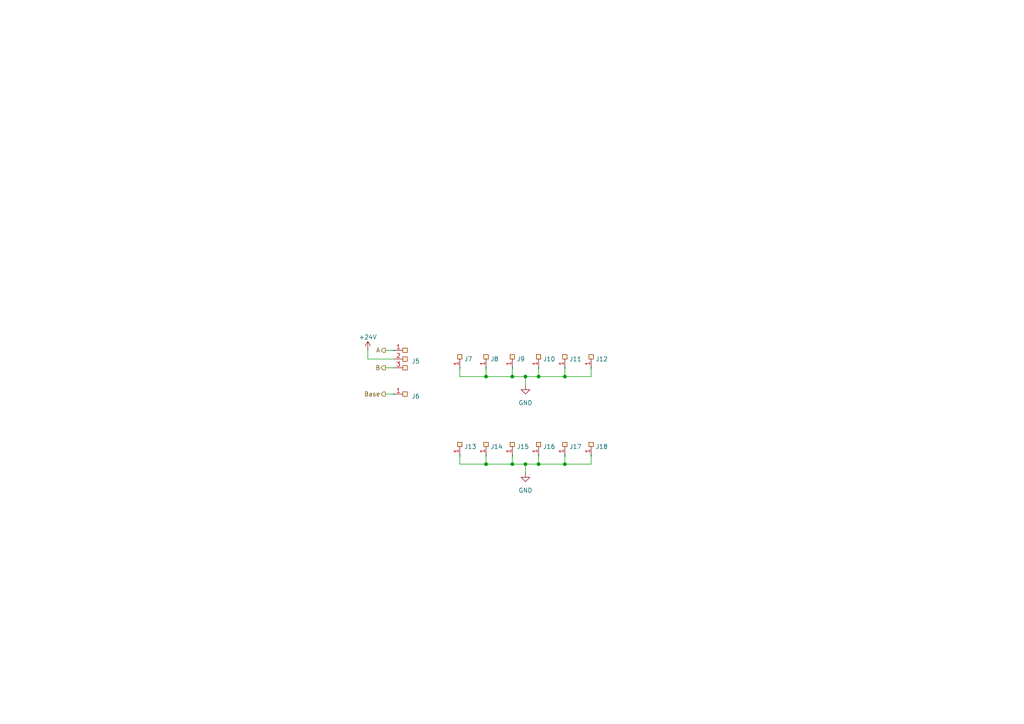
<source format=kicad_sch>
(kicad_sch (version 20230121) (generator eeschema)

  (uuid acb31a48-655f-487a-9582-66e287a8f857)

  (paper "A4")

  (lib_symbols
    (symbol "Custom:SolderPad-1pin" (pin_names hide) (in_bom no) (on_board yes)
      (property "Reference" "J" (at 0 2.54 0)
        (effects (font (size 1.27 1.27)))
      )
      (property "Value" "" (at 0 0 0)
        (effects (font (size 1.27 1.27)))
      )
      (property "Footprint" "Custom:SolderPad-1pin" (at 0 -2.54 0)
        (effects (font (size 1.27 1.27)) hide)
      )
      (property "Datasheet" "" (at 0 0 0)
        (effects (font (size 1.27 1.27)) hide)
      )
      (symbol "SolderPad-1pin_1_1"
        (rectangle (start -3.81 0.635) (end -2.54 -0.635)
          (stroke (width 0) (type default))
          (fill (type background))
        )
        (pin passive line (at 0 0 180) (length 2.54)
          (name "" (effects (font (size 1.27 1.27))))
          (number "1" (effects (font (size 1.27 1.27))))
        )
      )
    )
    (symbol "Custom:SolderPad-3pin" (pin_names hide) (in_bom no) (on_board yes)
      (property "Reference" "J" (at 0 5.08 0)
        (effects (font (size 1.27 1.27)))
      )
      (property "Value" "" (at 0 2.54 0)
        (effects (font (size 1.27 1.27)))
      )
      (property "Footprint" "Custom:SolderPad-3pin" (at 0 -5.08 0)
        (effects (font (size 1.27 1.27)) hide)
      )
      (property "Datasheet" "" (at 0 2.54 0)
        (effects (font (size 1.27 1.27)) hide)
      )
      (symbol "SolderPad-3pin_1_1"
        (rectangle (start -3.81 -1.905) (end -2.54 -3.175)
          (stroke (width 0) (type default))
          (fill (type background))
        )
        (rectangle (start -3.81 0.635) (end -2.54 -0.635)
          (stroke (width 0) (type default))
          (fill (type background))
        )
        (rectangle (start -3.81 3.175) (end -2.54 1.905)
          (stroke (width 0) (type default))
          (fill (type background))
        )
        (pin passive line (at 0 2.54 180) (length 2.54)
          (name "" (effects (font (size 1.27 1.27))))
          (number "1" (effects (font (size 1.27 1.27))))
        )
        (pin passive line (at 0 0 180) (length 2.54)
          (name "" (effects (font (size 1.27 1.27))))
          (number "2" (effects (font (size 1.27 1.27))))
        )
        (pin passive line (at 0 -2.54 180) (length 2.54)
          (name "" (effects (font (size 1.27 1.27))))
          (number "3" (effects (font (size 1.27 1.27))))
        )
      )
    )
    (symbol "power:+24V" (power) (pin_names (offset 0)) (in_bom yes) (on_board yes)
      (property "Reference" "#PWR" (at 0 -3.81 0)
        (effects (font (size 1.27 1.27)) hide)
      )
      (property "Value" "+24V" (at 0 3.556 0)
        (effects (font (size 1.27 1.27)))
      )
      (property "Footprint" "" (at 0 0 0)
        (effects (font (size 1.27 1.27)) hide)
      )
      (property "Datasheet" "" (at 0 0 0)
        (effects (font (size 1.27 1.27)) hide)
      )
      (property "ki_keywords" "global power" (at 0 0 0)
        (effects (font (size 1.27 1.27)) hide)
      )
      (property "ki_description" "Power symbol creates a global label with name \"+24V\"" (at 0 0 0)
        (effects (font (size 1.27 1.27)) hide)
      )
      (symbol "+24V_0_1"
        (polyline
          (pts
            (xy -0.762 1.27)
            (xy 0 2.54)
          )
          (stroke (width 0) (type default))
          (fill (type none))
        )
        (polyline
          (pts
            (xy 0 0)
            (xy 0 2.54)
          )
          (stroke (width 0) (type default))
          (fill (type none))
        )
        (polyline
          (pts
            (xy 0 2.54)
            (xy 0.762 1.27)
          )
          (stroke (width 0) (type default))
          (fill (type none))
        )
      )
      (symbol "+24V_1_1"
        (pin power_in line (at 0 0 90) (length 0) hide
          (name "+24V" (effects (font (size 1.27 1.27))))
          (number "1" (effects (font (size 1.27 1.27))))
        )
      )
    )
    (symbol "power:GND" (power) (pin_names (offset 0)) (in_bom yes) (on_board yes)
      (property "Reference" "#PWR" (at 0 -6.35 0)
        (effects (font (size 1.27 1.27)) hide)
      )
      (property "Value" "GND" (at 0 -3.81 0)
        (effects (font (size 1.27 1.27)))
      )
      (property "Footprint" "" (at 0 0 0)
        (effects (font (size 1.27 1.27)) hide)
      )
      (property "Datasheet" "" (at 0 0 0)
        (effects (font (size 1.27 1.27)) hide)
      )
      (property "ki_keywords" "global power" (at 0 0 0)
        (effects (font (size 1.27 1.27)) hide)
      )
      (property "ki_description" "Power symbol creates a global label with name \"GND\" , ground" (at 0 0 0)
        (effects (font (size 1.27 1.27)) hide)
      )
      (symbol "GND_0_1"
        (polyline
          (pts
            (xy 0 0)
            (xy 0 -1.27)
            (xy 1.27 -1.27)
            (xy 0 -2.54)
            (xy -1.27 -1.27)
            (xy 0 -1.27)
          )
          (stroke (width 0) (type default))
          (fill (type none))
        )
      )
      (symbol "GND_1_1"
        (pin power_in line (at 0 0 270) (length 0) hide
          (name "GND" (effects (font (size 1.27 1.27))))
          (number "1" (effects (font (size 1.27 1.27))))
        )
      )
    )
  )

  (junction (at 152.4 109.22) (diameter 0) (color 0 0 0 0)
    (uuid 09234ba4-273b-484d-aeac-e067c6f34564)
  )
  (junction (at 163.83 109.22) (diameter 0) (color 0 0 0 0)
    (uuid 216f4ade-9356-49a4-949d-bc72581af05b)
  )
  (junction (at 140.97 134.62) (diameter 0) (color 0 0 0 0)
    (uuid 3c546cde-3d47-4c80-bf64-89deb12743b5)
  )
  (junction (at 156.21 134.62) (diameter 0) (color 0 0 0 0)
    (uuid 453ecd6e-f02e-4acf-b336-9c8fcfb20cab)
  )
  (junction (at 148.59 109.22) (diameter 0) (color 0 0 0 0)
    (uuid 60a3d590-566b-440d-beb0-7473edcb7956)
  )
  (junction (at 156.21 109.22) (diameter 0) (color 0 0 0 0)
    (uuid 7e8752e4-bf30-4c41-b371-a884e364a591)
  )
  (junction (at 152.4 134.62) (diameter 0) (color 0 0 0 0)
    (uuid 918c0b0e-5b95-44e5-94b4-bd766a6ac97e)
  )
  (junction (at 140.97 109.22) (diameter 0) (color 0 0 0 0)
    (uuid b1dc27a7-bacf-4da4-b9ba-5469da028b9e)
  )
  (junction (at 148.59 134.62) (diameter 0) (color 0 0 0 0)
    (uuid b231a9b4-2b15-4ba8-bb4f-fce2961dee6c)
  )
  (junction (at 163.83 134.62) (diameter 0) (color 0 0 0 0)
    (uuid c2eb9a2a-b585-4c33-aa45-955e9ef8d226)
  )

  (wire (pts (xy 133.35 134.62) (xy 140.97 134.62))
    (stroke (width 0) (type default))
    (uuid 085f01f9-3146-46a1-8222-168ff8f243d0)
  )
  (wire (pts (xy 148.59 106.68) (xy 148.59 109.22))
    (stroke (width 0) (type default))
    (uuid 1970de1b-9e63-4588-9144-f141b8432931)
  )
  (wire (pts (xy 111.76 106.68) (xy 114.3 106.68))
    (stroke (width 0) (type default))
    (uuid 1b53046f-9d35-4298-840a-04180f550f8a)
  )
  (wire (pts (xy 163.83 109.22) (xy 156.21 109.22))
    (stroke (width 0) (type default))
    (uuid 1da7b33f-f7af-4d46-9a99-f8c473381398)
  )
  (wire (pts (xy 156.21 109.22) (xy 152.4 109.22))
    (stroke (width 0) (type default))
    (uuid 267bd04e-019c-4603-919b-0a956e33dd2c)
  )
  (wire (pts (xy 148.59 132.08) (xy 148.59 134.62))
    (stroke (width 0) (type default))
    (uuid 26f0940a-43c7-4f83-9cdf-5a8a6ba0485f)
  )
  (wire (pts (xy 140.97 109.22) (xy 148.59 109.22))
    (stroke (width 0) (type default))
    (uuid 2b45563d-7e40-4af5-913f-38c0e7643e0a)
  )
  (wire (pts (xy 111.76 101.6) (xy 114.3 101.6))
    (stroke (width 0) (type default))
    (uuid 38f973df-148a-466c-8a94-91d58540d50f)
  )
  (wire (pts (xy 171.45 132.08) (xy 171.45 134.62))
    (stroke (width 0) (type default))
    (uuid 3f81885c-0c2e-47d2-92ef-5277ab146a71)
  )
  (wire (pts (xy 152.4 134.62) (xy 152.4 137.16))
    (stroke (width 0) (type default))
    (uuid 5a6fb20a-1f98-4705-9901-08b65feda002)
  )
  (wire (pts (xy 133.35 106.68) (xy 133.35 109.22))
    (stroke (width 0) (type default))
    (uuid 5de4d755-7c18-4be3-b9a9-c8c4b2e76872)
  )
  (wire (pts (xy 163.83 106.68) (xy 163.83 109.22))
    (stroke (width 0) (type default))
    (uuid 5eb051c9-4508-4fbb-a6e8-15bf24d1c6bc)
  )
  (wire (pts (xy 171.45 134.62) (xy 163.83 134.62))
    (stroke (width 0) (type default))
    (uuid 6333aa90-2def-4874-9e61-59e92cd7f2f0)
  )
  (wire (pts (xy 152.4 134.62) (xy 148.59 134.62))
    (stroke (width 0) (type default))
    (uuid 6937befe-a21b-4290-9095-263ffde56ed1)
  )
  (wire (pts (xy 106.68 104.14) (xy 114.3 104.14))
    (stroke (width 0) (type default))
    (uuid 6cc7ab54-32f8-4313-8e8a-07dec2530606)
  )
  (wire (pts (xy 163.83 134.62) (xy 156.21 134.62))
    (stroke (width 0) (type default))
    (uuid 7b237a6a-7cab-4127-bb49-add0ffb9e97e)
  )
  (wire (pts (xy 156.21 134.62) (xy 152.4 134.62))
    (stroke (width 0) (type default))
    (uuid 80b04d00-82f4-4b4a-8484-30a686d8ac14)
  )
  (wire (pts (xy 156.21 132.08) (xy 156.21 134.62))
    (stroke (width 0) (type default))
    (uuid 8ad9347b-f1d4-4ead-be78-303303f1b1ca)
  )
  (wire (pts (xy 171.45 109.22) (xy 163.83 109.22))
    (stroke (width 0) (type default))
    (uuid 8c5bf462-e7fc-447f-8a47-3a596f8b51bf)
  )
  (wire (pts (xy 140.97 106.68) (xy 140.97 109.22))
    (stroke (width 0) (type default))
    (uuid 9efc4ee2-957b-4c73-b540-8fa8b36d9a62)
  )
  (wire (pts (xy 152.4 109.22) (xy 148.59 109.22))
    (stroke (width 0) (type default))
    (uuid a41ab20d-a79b-4e1d-aa4d-d858c58f0226)
  )
  (wire (pts (xy 106.68 101.6) (xy 106.68 104.14))
    (stroke (width 0) (type default))
    (uuid a438d468-5d81-4f5f-aa23-d0ae5d3b49f8)
  )
  (wire (pts (xy 111.76 114.3) (xy 114.3 114.3))
    (stroke (width 0) (type default))
    (uuid ab8e3c69-c97f-40ff-9224-9b8ff499a491)
  )
  (wire (pts (xy 133.35 132.08) (xy 133.35 134.62))
    (stroke (width 0) (type default))
    (uuid ab9abb8f-23e2-443a-8256-05a183d87aea)
  )
  (wire (pts (xy 163.83 132.08) (xy 163.83 134.62))
    (stroke (width 0) (type default))
    (uuid b014b1fd-4f06-49a0-b0d0-04748ca670d1)
  )
  (wire (pts (xy 133.35 109.22) (xy 140.97 109.22))
    (stroke (width 0) (type default))
    (uuid b02a2f59-1703-4c97-8870-1c76dc4d11a9)
  )
  (wire (pts (xy 152.4 109.22) (xy 152.4 111.76))
    (stroke (width 0) (type default))
    (uuid b67e968d-0c64-4ce4-9ce7-f5875b903027)
  )
  (wire (pts (xy 171.45 106.68) (xy 171.45 109.22))
    (stroke (width 0) (type default))
    (uuid c88e6114-be76-4d3d-b472-b25a9324750d)
  )
  (wire (pts (xy 156.21 106.68) (xy 156.21 109.22))
    (stroke (width 0) (type default))
    (uuid d034a225-2ffc-4c2a-9e7b-c9514276b296)
  )
  (wire (pts (xy 140.97 134.62) (xy 148.59 134.62))
    (stroke (width 0) (type default))
    (uuid d281c755-3bad-49b1-8aea-e413e6e81a83)
  )
  (wire (pts (xy 140.97 132.08) (xy 140.97 134.62))
    (stroke (width 0) (type default))
    (uuid ea6c16b9-aafa-40d1-b6d8-505356853447)
  )

  (hierarchical_label "Base" (shape output) (at 111.76 114.3 180) (fields_autoplaced)
    (effects (font (size 1.27 1.27)) (justify right))
    (uuid 84705f04-e06a-448f-8a70-6835cbe280f2)
  )
  (hierarchical_label "A" (shape output) (at 111.76 101.6 180) (fields_autoplaced)
    (effects (font (size 1.27 1.27)) (justify right))
    (uuid a7c593e5-bf66-45a4-9662-11519f2483a6)
  )
  (hierarchical_label "B" (shape output) (at 111.76 106.68 180) (fields_autoplaced)
    (effects (font (size 1.27 1.27)) (justify right))
    (uuid ecae01ed-c7cf-4761-8608-ee9aed90bf16)
  )

  (symbol (lib_id "Custom:SolderPad-1pin") (at 171.45 132.08 270) (unit 1)
    (in_bom no) (on_board yes) (dnp no) (fields_autoplaced)
    (uuid 38d88ec7-5dde-47cb-a80c-58e2c1b5d6a8)
    (property "Reference" "J18" (at 172.72 129.54 90)
      (effects (font (size 1.27 1.27)) (justify left))
    )
    (property "Value" "~" (at 171.45 132.08 0)
      (effects (font (size 1.27 1.27)))
    )
    (property "Footprint" "Custom:SolderPad-1pin" (at 168.91 132.08 0)
      (effects (font (size 1.27 1.27)) hide)
    )
    (property "Datasheet" "" (at 171.45 132.08 0)
      (effects (font (size 1.27 1.27)) hide)
    )
    (pin "1" (uuid 12152e65-e37e-4772-a7de-2762650f322e))
    (instances
      (project "uTesla"
        (path "/0cecab2b-a552-4f9c-b012-66fc2b7d8bdb/13104c3d-b875-4e02-970f-7d210569d6e3"
          (reference "J18") (unit 1)
        )
      )
    )
  )

  (symbol (lib_id "power:GND") (at 152.4 111.76 0) (unit 1)
    (in_bom yes) (on_board yes) (dnp no) (fields_autoplaced)
    (uuid 4216d66a-dd7b-4f31-9d48-2ecf26ee827e)
    (property "Reference" "#PWR047" (at 152.4 118.11 0)
      (effects (font (size 1.27 1.27)) hide)
    )
    (property "Value" "GND" (at 152.4 116.84 0)
      (effects (font (size 1.27 1.27)))
    )
    (property "Footprint" "" (at 152.4 111.76 0)
      (effects (font (size 1.27 1.27)) hide)
    )
    (property "Datasheet" "" (at 152.4 111.76 0)
      (effects (font (size 1.27 1.27)) hide)
    )
    (pin "1" (uuid c46b1161-0bdc-4443-9ce9-4d52b346f0dd))
    (instances
      (project "uTesla"
        (path "/0cecab2b-a552-4f9c-b012-66fc2b7d8bdb/13104c3d-b875-4e02-970f-7d210569d6e3"
          (reference "#PWR047") (unit 1)
        )
      )
    )
  )

  (symbol (lib_id "Custom:SolderPad-3pin") (at 114.3 104.14 0) (mirror y) (unit 1)
    (in_bom no) (on_board yes) (dnp no) (fields_autoplaced)
    (uuid 4ee33290-21d0-46d4-a5e6-f6a871f5acae)
    (property "Reference" "J5" (at 119.38 104.775 0)
      (effects (font (size 1.27 1.27)) (justify right))
    )
    (property "Value" "~" (at 114.3 101.6 0)
      (effects (font (size 1.27 1.27)))
    )
    (property "Footprint" "Custom:SolderPad-3pin" (at 114.3 109.22 0)
      (effects (font (size 1.27 1.27)) hide)
    )
    (property "Datasheet" "" (at 114.3 101.6 0)
      (effects (font (size 1.27 1.27)) hide)
    )
    (pin "1" (uuid 835d0649-96ba-41d8-b058-e1f999afcb82))
    (pin "2" (uuid b90b76db-c014-45b2-a2f5-7bf36549b560))
    (pin "3" (uuid 2a106497-c6ce-4e38-a4c6-efe529556748))
    (instances
      (project "uTesla"
        (path "/0cecab2b-a552-4f9c-b012-66fc2b7d8bdb/13104c3d-b875-4e02-970f-7d210569d6e3"
          (reference "J5") (unit 1)
        )
      )
    )
  )

  (symbol (lib_id "power:+24V") (at 106.68 101.6 0) (unit 1)
    (in_bom yes) (on_board yes) (dnp no) (fields_autoplaced)
    (uuid 73b1ba3c-5e40-4c35-8737-35fd7e2de3c6)
    (property "Reference" "#PWR046" (at 106.68 105.41 0)
      (effects (font (size 1.27 1.27)) hide)
    )
    (property "Value" "+24V" (at 106.68 97.79 0)
      (effects (font (size 1.27 1.27)))
    )
    (property "Footprint" "" (at 106.68 101.6 0)
      (effects (font (size 1.27 1.27)) hide)
    )
    (property "Datasheet" "" (at 106.68 101.6 0)
      (effects (font (size 1.27 1.27)) hide)
    )
    (pin "1" (uuid a9fef5ee-4505-4180-8357-78404450d91b))
    (instances
      (project "uTesla"
        (path "/0cecab2b-a552-4f9c-b012-66fc2b7d8bdb/13104c3d-b875-4e02-970f-7d210569d6e3"
          (reference "#PWR046") (unit 1)
        )
      )
    )
  )

  (symbol (lib_id "Custom:SolderPad-1pin") (at 163.83 106.68 270) (unit 1)
    (in_bom no) (on_board yes) (dnp no) (fields_autoplaced)
    (uuid 7670bfa5-df91-40a3-adbd-033c03944312)
    (property "Reference" "J11" (at 165.1 104.14 90)
      (effects (font (size 1.27 1.27)) (justify left))
    )
    (property "Value" "~" (at 163.83 106.68 0)
      (effects (font (size 1.27 1.27)))
    )
    (property "Footprint" "Custom:SolderPad-1pin" (at 161.29 106.68 0)
      (effects (font (size 1.27 1.27)) hide)
    )
    (property "Datasheet" "" (at 163.83 106.68 0)
      (effects (font (size 1.27 1.27)) hide)
    )
    (pin "1" (uuid 1dde374d-b58c-4a55-93b6-ac76ebdded5e))
    (instances
      (project "uTesla"
        (path "/0cecab2b-a552-4f9c-b012-66fc2b7d8bdb/13104c3d-b875-4e02-970f-7d210569d6e3"
          (reference "J11") (unit 1)
        )
      )
    )
  )

  (symbol (lib_id "Custom:SolderPad-1pin") (at 148.59 132.08 270) (unit 1)
    (in_bom no) (on_board yes) (dnp no) (fields_autoplaced)
    (uuid 7bc0bfc1-ce3c-4c3d-8a2f-228f6c809c37)
    (property "Reference" "J15" (at 149.86 129.54 90)
      (effects (font (size 1.27 1.27)) (justify left))
    )
    (property "Value" "~" (at 148.59 132.08 0)
      (effects (font (size 1.27 1.27)))
    )
    (property "Footprint" "Custom:SolderPad-1pin" (at 146.05 132.08 0)
      (effects (font (size 1.27 1.27)) hide)
    )
    (property "Datasheet" "" (at 148.59 132.08 0)
      (effects (font (size 1.27 1.27)) hide)
    )
    (pin "1" (uuid a28f8354-00a8-428a-9f34-a3e1eaacbcef))
    (instances
      (project "uTesla"
        (path "/0cecab2b-a552-4f9c-b012-66fc2b7d8bdb/13104c3d-b875-4e02-970f-7d210569d6e3"
          (reference "J15") (unit 1)
        )
      )
    )
  )

  (symbol (lib_id "power:GND") (at 152.4 137.16 0) (unit 1)
    (in_bom yes) (on_board yes) (dnp no) (fields_autoplaced)
    (uuid 80af15af-1f8b-45bf-a9ca-855c483dcc7c)
    (property "Reference" "#PWR048" (at 152.4 143.51 0)
      (effects (font (size 1.27 1.27)) hide)
    )
    (property "Value" "GND" (at 152.4 142.24 0)
      (effects (font (size 1.27 1.27)))
    )
    (property "Footprint" "" (at 152.4 137.16 0)
      (effects (font (size 1.27 1.27)) hide)
    )
    (property "Datasheet" "" (at 152.4 137.16 0)
      (effects (font (size 1.27 1.27)) hide)
    )
    (pin "1" (uuid da9ffdbb-539a-46d1-910f-3de8f4028c95))
    (instances
      (project "uTesla"
        (path "/0cecab2b-a552-4f9c-b012-66fc2b7d8bdb/13104c3d-b875-4e02-970f-7d210569d6e3"
          (reference "#PWR048") (unit 1)
        )
      )
    )
  )

  (symbol (lib_id "Custom:SolderPad-1pin") (at 163.83 132.08 270) (unit 1)
    (in_bom no) (on_board yes) (dnp no) (fields_autoplaced)
    (uuid 98ae1301-4b98-4fa1-9799-f205d35fc84c)
    (property "Reference" "J17" (at 165.1 129.54 90)
      (effects (font (size 1.27 1.27)) (justify left))
    )
    (property "Value" "~" (at 163.83 132.08 0)
      (effects (font (size 1.27 1.27)))
    )
    (property "Footprint" "Custom:SolderPad-1pin" (at 161.29 132.08 0)
      (effects (font (size 1.27 1.27)) hide)
    )
    (property "Datasheet" "" (at 163.83 132.08 0)
      (effects (font (size 1.27 1.27)) hide)
    )
    (pin "1" (uuid b6ef4403-afee-4fea-8784-a33c158e42c0))
    (instances
      (project "uTesla"
        (path "/0cecab2b-a552-4f9c-b012-66fc2b7d8bdb/13104c3d-b875-4e02-970f-7d210569d6e3"
          (reference "J17") (unit 1)
        )
      )
    )
  )

  (symbol (lib_id "Custom:SolderPad-1pin") (at 171.45 106.68 270) (unit 1)
    (in_bom no) (on_board yes) (dnp no) (fields_autoplaced)
    (uuid ae76a62c-eea7-4fe8-9ec4-37aa8824d12a)
    (property "Reference" "J12" (at 172.72 104.14 90)
      (effects (font (size 1.27 1.27)) (justify left))
    )
    (property "Value" "~" (at 171.45 106.68 0)
      (effects (font (size 1.27 1.27)))
    )
    (property "Footprint" "Custom:SolderPad-1pin" (at 168.91 106.68 0)
      (effects (font (size 1.27 1.27)) hide)
    )
    (property "Datasheet" "" (at 171.45 106.68 0)
      (effects (font (size 1.27 1.27)) hide)
    )
    (pin "1" (uuid d693f439-6f8b-4d6a-b72b-e659231704b5))
    (instances
      (project "uTesla"
        (path "/0cecab2b-a552-4f9c-b012-66fc2b7d8bdb/13104c3d-b875-4e02-970f-7d210569d6e3"
          (reference "J12") (unit 1)
        )
      )
    )
  )

  (symbol (lib_id "Custom:SolderPad-1pin") (at 114.3 114.3 0) (mirror y) (unit 1)
    (in_bom no) (on_board yes) (dnp no) (fields_autoplaced)
    (uuid af865d76-e406-4a8c-ae50-0142c1d940e5)
    (property "Reference" "J6" (at 119.38 114.935 0)
      (effects (font (size 1.27 1.27)) (justify right))
    )
    (property "Value" "~" (at 114.3 114.3 0)
      (effects (font (size 1.27 1.27)))
    )
    (property "Footprint" "Custom:SolderPad-1pin" (at 114.3 116.84 0)
      (effects (font (size 1.27 1.27)) hide)
    )
    (property "Datasheet" "" (at 114.3 114.3 0)
      (effects (font (size 1.27 1.27)) hide)
    )
    (pin "1" (uuid 52cbc807-ee6c-4c0a-97a5-ea1b2b9fd16a))
    (instances
      (project "uTesla"
        (path "/0cecab2b-a552-4f9c-b012-66fc2b7d8bdb/13104c3d-b875-4e02-970f-7d210569d6e3"
          (reference "J6") (unit 1)
        )
      )
    )
  )

  (symbol (lib_id "Custom:SolderPad-1pin") (at 140.97 106.68 270) (unit 1)
    (in_bom no) (on_board yes) (dnp no) (fields_autoplaced)
    (uuid b3fb5e65-9f09-470d-9513-fae3a86a4113)
    (property "Reference" "J8" (at 142.24 104.14 90)
      (effects (font (size 1.27 1.27)) (justify left))
    )
    (property "Value" "~" (at 140.97 106.68 0)
      (effects (font (size 1.27 1.27)))
    )
    (property "Footprint" "Custom:SolderPad-1pin" (at 138.43 106.68 0)
      (effects (font (size 1.27 1.27)) hide)
    )
    (property "Datasheet" "" (at 140.97 106.68 0)
      (effects (font (size 1.27 1.27)) hide)
    )
    (pin "1" (uuid ab3bd126-fd78-462e-9fb7-a16f0aa5b823))
    (instances
      (project "uTesla"
        (path "/0cecab2b-a552-4f9c-b012-66fc2b7d8bdb/13104c3d-b875-4e02-970f-7d210569d6e3"
          (reference "J8") (unit 1)
        )
      )
    )
  )

  (symbol (lib_id "Custom:SolderPad-1pin") (at 133.35 132.08 270) (unit 1)
    (in_bom no) (on_board yes) (dnp no) (fields_autoplaced)
    (uuid bd8dcd3d-3404-4b6c-97b9-f9ecae3b9d59)
    (property "Reference" "J13" (at 134.62 129.54 90)
      (effects (font (size 1.27 1.27)) (justify left))
    )
    (property "Value" "~" (at 133.35 132.08 0)
      (effects (font (size 1.27 1.27)))
    )
    (property "Footprint" "Custom:SolderPad-1pin" (at 130.81 132.08 0)
      (effects (font (size 1.27 1.27)) hide)
    )
    (property "Datasheet" "" (at 133.35 132.08 0)
      (effects (font (size 1.27 1.27)) hide)
    )
    (pin "1" (uuid aa2b3777-ae14-4302-b810-858debc9cb14))
    (instances
      (project "uTesla"
        (path "/0cecab2b-a552-4f9c-b012-66fc2b7d8bdb/13104c3d-b875-4e02-970f-7d210569d6e3"
          (reference "J13") (unit 1)
        )
      )
    )
  )

  (symbol (lib_id "Custom:SolderPad-1pin") (at 148.59 106.68 270) (unit 1)
    (in_bom no) (on_board yes) (dnp no) (fields_autoplaced)
    (uuid c6a92f66-b06c-4f73-9a72-8e2da10dd4c6)
    (property "Reference" "J9" (at 149.86 104.14 90)
      (effects (font (size 1.27 1.27)) (justify left))
    )
    (property "Value" "~" (at 148.59 106.68 0)
      (effects (font (size 1.27 1.27)))
    )
    (property "Footprint" "Custom:SolderPad-1pin" (at 146.05 106.68 0)
      (effects (font (size 1.27 1.27)) hide)
    )
    (property "Datasheet" "" (at 148.59 106.68 0)
      (effects (font (size 1.27 1.27)) hide)
    )
    (pin "1" (uuid ea92f39e-e66b-444e-ab68-1c7a07504e41))
    (instances
      (project "uTesla"
        (path "/0cecab2b-a552-4f9c-b012-66fc2b7d8bdb/13104c3d-b875-4e02-970f-7d210569d6e3"
          (reference "J9") (unit 1)
        )
      )
    )
  )

  (symbol (lib_id "Custom:SolderPad-1pin") (at 133.35 106.68 270) (unit 1)
    (in_bom no) (on_board yes) (dnp no) (fields_autoplaced)
    (uuid caa9ede2-f87b-4776-a230-60ca38262183)
    (property "Reference" "J7" (at 134.62 104.14 90)
      (effects (font (size 1.27 1.27)) (justify left))
    )
    (property "Value" "~" (at 133.35 106.68 0)
      (effects (font (size 1.27 1.27)))
    )
    (property "Footprint" "Custom:SolderPad-1pin" (at 130.81 106.68 0)
      (effects (font (size 1.27 1.27)) hide)
    )
    (property "Datasheet" "" (at 133.35 106.68 0)
      (effects (font (size 1.27 1.27)) hide)
    )
    (pin "1" (uuid 5e5a59cd-3dc3-4524-ac18-adf8e6da8631))
    (instances
      (project "uTesla"
        (path "/0cecab2b-a552-4f9c-b012-66fc2b7d8bdb/13104c3d-b875-4e02-970f-7d210569d6e3"
          (reference "J7") (unit 1)
        )
      )
    )
  )

  (symbol (lib_id "Custom:SolderPad-1pin") (at 156.21 106.68 270) (unit 1)
    (in_bom no) (on_board yes) (dnp no) (fields_autoplaced)
    (uuid dbda5e9b-3a0e-42e9-b472-2d984bff671a)
    (property "Reference" "J10" (at 157.48 104.14 90)
      (effects (font (size 1.27 1.27)) (justify left))
    )
    (property "Value" "~" (at 156.21 106.68 0)
      (effects (font (size 1.27 1.27)))
    )
    (property "Footprint" "Custom:SolderPad-1pin" (at 153.67 106.68 0)
      (effects (font (size 1.27 1.27)) hide)
    )
    (property "Datasheet" "" (at 156.21 106.68 0)
      (effects (font (size 1.27 1.27)) hide)
    )
    (pin "1" (uuid 4152a4a5-4ad2-4bb5-9ad7-21e60b9c487b))
    (instances
      (project "uTesla"
        (path "/0cecab2b-a552-4f9c-b012-66fc2b7d8bdb/13104c3d-b875-4e02-970f-7d210569d6e3"
          (reference "J10") (unit 1)
        )
      )
    )
  )

  (symbol (lib_id "Custom:SolderPad-1pin") (at 140.97 132.08 270) (unit 1)
    (in_bom no) (on_board yes) (dnp no) (fields_autoplaced)
    (uuid dc7882c8-fdc9-4589-9e8b-384c93729fc8)
    (property "Reference" "J14" (at 142.24 129.54 90)
      (effects (font (size 1.27 1.27)) (justify left))
    )
    (property "Value" "~" (at 140.97 132.08 0)
      (effects (font (size 1.27 1.27)))
    )
    (property "Footprint" "Custom:SolderPad-1pin" (at 138.43 132.08 0)
      (effects (font (size 1.27 1.27)) hide)
    )
    (property "Datasheet" "" (at 140.97 132.08 0)
      (effects (font (size 1.27 1.27)) hide)
    )
    (pin "1" (uuid 65fc740e-db5b-4300-82da-ed4ff0477e94))
    (instances
      (project "uTesla"
        (path "/0cecab2b-a552-4f9c-b012-66fc2b7d8bdb/13104c3d-b875-4e02-970f-7d210569d6e3"
          (reference "J14") (unit 1)
        )
      )
    )
  )

  (symbol (lib_id "Custom:SolderPad-1pin") (at 156.21 132.08 270) (unit 1)
    (in_bom no) (on_board yes) (dnp no) (fields_autoplaced)
    (uuid e7d2e0fb-77f4-411f-8248-f013d9b291de)
    (property "Reference" "J16" (at 157.48 129.54 90)
      (effects (font (size 1.27 1.27)) (justify left))
    )
    (property "Value" "~" (at 156.21 132.08 0)
      (effects (font (size 1.27 1.27)))
    )
    (property "Footprint" "Custom:SolderPad-1pin" (at 153.67 132.08 0)
      (effects (font (size 1.27 1.27)) hide)
    )
    (property "Datasheet" "" (at 156.21 132.08 0)
      (effects (font (size 1.27 1.27)) hide)
    )
    (pin "1" (uuid e315cdce-8a13-4010-9972-d0e7f91d4c52))
    (instances
      (project "uTesla"
        (path "/0cecab2b-a552-4f9c-b012-66fc2b7d8bdb/13104c3d-b875-4e02-970f-7d210569d6e3"
          (reference "J16") (unit 1)
        )
      )
    )
  )
)

</source>
